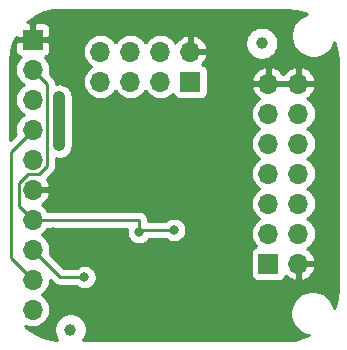
<source format=gbr>
G04 #@! TF.GenerationSoftware,KiCad,Pcbnew,5.0.0-5.0.0*
G04 #@! TF.CreationDate,2018-10-11T16:36:41-07:00*
G04 #@! TF.ProjectId,gpio-expander,6770696F2D657870616E6465722E6B69,rev?*
G04 #@! TF.SameCoordinates,Original*
G04 #@! TF.FileFunction,Copper,L2,Bot,Signal*
G04 #@! TF.FilePolarity,Positive*
%FSLAX46Y46*%
G04 Gerber Fmt 4.6, Leading zero omitted, Abs format (unit mm)*
G04 Created by KiCad (PCBNEW 5.0.0-5.0.0) date Thu Oct 11 16:36:41 2018*
%MOMM*%
%LPD*%
G01*
G04 APERTURE LIST*
G04 #@! TA.AperFunction,ComponentPad*
%ADD10O,1.700000X1.700000*%
G04 #@! TD*
G04 #@! TA.AperFunction,ComponentPad*
%ADD11R,1.700000X1.700000*%
G04 #@! TD*
G04 #@! TA.AperFunction,BGAPad,CuDef*
%ADD12C,1.000000*%
G04 #@! TD*
G04 #@! TA.AperFunction,ViaPad*
%ADD13C,0.800000*%
G04 #@! TD*
G04 #@! TA.AperFunction,Conductor*
%ADD14C,1.000000*%
G04 #@! TD*
G04 #@! TA.AperFunction,Conductor*
%ADD15C,0.250000*%
G04 #@! TD*
G04 #@! TA.AperFunction,Conductor*
%ADD16C,0.254000*%
G04 #@! TD*
G04 APERTURE END LIST*
D10*
G04 #@! TO.P,J1,10*
G04 #@! TO.N,+3V3*
X133250000Y-110710000D03*
G04 #@! TO.P,J1,9*
G04 #@! TO.N,/SDA*
X133250000Y-108170000D03*
G04 #@! TO.P,J1,8*
G04 #@! TO.N,/SCL*
X133250000Y-105630000D03*
G04 #@! TO.P,J1,7*
G04 #@! TO.N,/~INT*
X133250000Y-103090000D03*
G04 #@! TO.P,J1,6*
G04 #@! TO.N,GND*
X133250000Y-100550000D03*
G04 #@! TO.P,J1,5*
G04 #@! TO.N,+3V3*
X133250000Y-98010000D03*
G04 #@! TO.P,J1,4*
G04 #@! TO.N,/SDA*
X133250000Y-95470000D03*
G04 #@! TO.P,J1,3*
G04 #@! TO.N,/SCL*
X133250000Y-92930000D03*
G04 #@! TO.P,J1,2*
G04 #@! TO.N,/~INT*
X133250000Y-90390000D03*
D11*
G04 #@! TO.P,J1,1*
G04 #@! TO.N,GND*
X133250000Y-87850000D03*
G04 #@! TD*
D12*
G04 #@! TO.P,FID3,~*
G04 #@! TO.N,N/C*
X136450000Y-112400000D03*
G04 #@! TD*
G04 #@! TO.P,FID2,~*
G04 #@! TO.N,N/C*
X152650000Y-88150000D03*
G04 #@! TD*
D10*
G04 #@! TO.P,J2,14*
G04 #@! TO.N,GND*
X155740000Y-91560000D03*
G04 #@! TO.P,J2,13*
X153200000Y-91560000D03*
G04 #@! TO.P,J2,12*
G04 #@! TO.N,/P11*
X155740000Y-94100000D03*
G04 #@! TO.P,J2,11*
G04 #@! TO.N,/P10*
X153200000Y-94100000D03*
G04 #@! TO.P,J2,10*
G04 #@! TO.N,/P07*
X155740000Y-96640000D03*
G04 #@! TO.P,J2,9*
G04 #@! TO.N,/P06*
X153200000Y-96640000D03*
G04 #@! TO.P,J2,8*
G04 #@! TO.N,/P05*
X155740000Y-99180000D03*
G04 #@! TO.P,J2,7*
G04 #@! TO.N,/P04*
X153200000Y-99180000D03*
G04 #@! TO.P,J2,6*
G04 #@! TO.N,/P03*
X155740000Y-101720000D03*
G04 #@! TO.P,J2,5*
G04 #@! TO.N,/P02*
X153200000Y-101720000D03*
G04 #@! TO.P,J2,4*
G04 #@! TO.N,/P01*
X155740000Y-104260000D03*
G04 #@! TO.P,J2,3*
G04 #@! TO.N,/P00*
X153200000Y-104260000D03*
G04 #@! TO.P,J2,2*
G04 #@! TO.N,GND*
X155740000Y-106800000D03*
D11*
G04 #@! TO.P,J2,1*
G04 #@! TO.N,+3V3*
X153200000Y-106800000D03*
G04 #@! TD*
D10*
G04 #@! TO.P,J3,8*
G04 #@! TO.N,/P17*
X138980000Y-88860000D03*
G04 #@! TO.P,J3,7*
G04 #@! TO.N,/P16*
X138980000Y-91400000D03*
G04 #@! TO.P,J3,6*
G04 #@! TO.N,/P15*
X141520000Y-88860000D03*
G04 #@! TO.P,J3,5*
G04 #@! TO.N,/P14*
X141520000Y-91400000D03*
G04 #@! TO.P,J3,4*
G04 #@! TO.N,/P13*
X144060000Y-88860000D03*
G04 #@! TO.P,J3,3*
G04 #@! TO.N,/P12*
X144060000Y-91400000D03*
G04 #@! TO.P,J3,2*
G04 #@! TO.N,GND*
X146600000Y-88860000D03*
D11*
G04 #@! TO.P,J3,1*
G04 #@! TO.N,+3V3*
X146600000Y-91400000D03*
G04 #@! TD*
D13*
G04 #@! TO.N,GND*
X134950000Y-104150000D03*
X150200000Y-95525010D03*
X139499908Y-109550000D03*
G04 #@! TO.N,+3V3*
X135500000Y-92700000D03*
X135500000Y-96800000D03*
G04 #@! TO.N,/~INT*
X145225010Y-103958854D03*
X142250000Y-104150000D03*
G04 #@! TO.N,/SCL*
X137628559Y-107949976D03*
G04 #@! TD*
D14*
G04 #@! TO.N,+3V3*
X135500000Y-92700000D02*
X135500000Y-96800000D01*
D15*
G04 #@! TO.N,/~INT*
X133250000Y-90390000D02*
X134450000Y-91590000D01*
X134450000Y-98549002D02*
X133749002Y-99250000D01*
X134450000Y-91590000D02*
X134450000Y-98549002D01*
X132400001Y-102240001D02*
X133250000Y-103090000D01*
X132074999Y-101914999D02*
X132400001Y-102240001D01*
X132074999Y-99985999D02*
X132074999Y-101914999D01*
X132810998Y-99250000D02*
X132074999Y-99985999D01*
X133749002Y-99250000D02*
X132810998Y-99250000D01*
X142250000Y-104150000D02*
X142250000Y-103090000D01*
X133250000Y-103090000D02*
X142250000Y-103090000D01*
X145216156Y-103950000D02*
X145225010Y-103958854D01*
X142250000Y-103950000D02*
X145216156Y-103950000D01*
G04 #@! TO.N,/SDA*
X133250000Y-108170000D02*
X131399989Y-106319989D01*
X132400001Y-96319999D02*
X133250000Y-95470000D01*
X131399989Y-97320011D02*
X132400001Y-96319999D01*
X131399989Y-106319989D02*
X131399989Y-97320011D01*
G04 #@! TO.N,/SCL*
X133250000Y-105630000D02*
X135569976Y-107949976D01*
X135569976Y-107949976D02*
X137628559Y-107949976D01*
G04 #@! TD*
D16*
G04 #@! TO.N,GND*
G36*
X155559192Y-85380578D02*
X156294389Y-85581705D01*
X156496671Y-85678189D01*
X156450166Y-85687439D01*
X156107118Y-85829534D01*
X155798382Y-86035825D01*
X155535825Y-86298382D01*
X155329534Y-86607118D01*
X155187439Y-86950166D01*
X155115000Y-87314344D01*
X155115000Y-87685656D01*
X155187439Y-88049834D01*
X155329534Y-88392882D01*
X155535825Y-88701618D01*
X155798382Y-88964175D01*
X156107118Y-89170466D01*
X156450166Y-89312561D01*
X156814344Y-89385000D01*
X157185656Y-89385000D01*
X157549834Y-89312561D01*
X157892882Y-89170466D01*
X158201618Y-88964175D01*
X158464175Y-88701618D01*
X158670466Y-88392882D01*
X158798228Y-88084436D01*
X158863251Y-88232561D01*
X159042499Y-88979183D01*
X159090001Y-89626044D01*
X159090000Y-108968382D01*
X159019422Y-109759193D01*
X158818295Y-110494389D01*
X158785171Y-110563835D01*
X158762561Y-110450166D01*
X158620466Y-110107118D01*
X158414175Y-109798382D01*
X158151618Y-109535825D01*
X157842882Y-109329534D01*
X157499834Y-109187439D01*
X157135656Y-109115000D01*
X156764344Y-109115000D01*
X156400166Y-109187439D01*
X156057118Y-109329534D01*
X155748382Y-109535825D01*
X155485825Y-109798382D01*
X155279534Y-110107118D01*
X155137439Y-110450166D01*
X155065000Y-110814344D01*
X155065000Y-111185656D01*
X155137439Y-111549834D01*
X155279534Y-111892882D01*
X155485825Y-112201618D01*
X155748382Y-112464175D01*
X156057118Y-112670466D01*
X156400166Y-112812561D01*
X156633014Y-112858877D01*
X156167439Y-113063251D01*
X155420819Y-113242499D01*
X154773970Y-113290000D01*
X137535477Y-113290000D01*
X137688005Y-113061727D01*
X137793314Y-112807490D01*
X137847000Y-112537592D01*
X137847000Y-112262408D01*
X137793314Y-111992510D01*
X137688005Y-111738273D01*
X137535120Y-111509465D01*
X137340535Y-111314880D01*
X137111727Y-111161995D01*
X136857490Y-111056686D01*
X136587592Y-111003000D01*
X136312408Y-111003000D01*
X136042510Y-111056686D01*
X135788273Y-111161995D01*
X135559465Y-111314880D01*
X135364880Y-111509465D01*
X135211995Y-111738273D01*
X135106686Y-111992510D01*
X135053000Y-112262408D01*
X135053000Y-112537592D01*
X135106686Y-112807490D01*
X135211995Y-113061727D01*
X135347585Y-113264651D01*
X134840807Y-113219422D01*
X134105611Y-113018295D01*
X133417645Y-112690152D01*
X132798672Y-112245374D01*
X132612122Y-112052870D01*
X132678966Y-112088599D01*
X132958889Y-112173513D01*
X133177050Y-112195000D01*
X133322950Y-112195000D01*
X133541111Y-112173513D01*
X133821034Y-112088599D01*
X134079014Y-111950706D01*
X134305134Y-111765134D01*
X134490706Y-111539014D01*
X134628599Y-111281034D01*
X134713513Y-111001111D01*
X134742185Y-110710000D01*
X134713513Y-110418889D01*
X134628599Y-110138966D01*
X134490706Y-109880986D01*
X134305134Y-109654866D01*
X134079014Y-109469294D01*
X134024209Y-109440000D01*
X134079014Y-109410706D01*
X134305134Y-109225134D01*
X134490706Y-108999014D01*
X134628599Y-108741034D01*
X134713513Y-108461111D01*
X134739765Y-108194567D01*
X135006177Y-108460979D01*
X135029975Y-108489977D01*
X135058973Y-108513775D01*
X135145700Y-108584950D01*
X135277729Y-108655522D01*
X135420990Y-108698979D01*
X135569976Y-108713653D01*
X135607309Y-108709976D01*
X136924848Y-108709976D01*
X136968785Y-108753913D01*
X137138303Y-108867181D01*
X137326661Y-108945202D01*
X137526620Y-108984976D01*
X137730498Y-108984976D01*
X137930457Y-108945202D01*
X138118815Y-108867181D01*
X138288333Y-108753913D01*
X138432496Y-108609750D01*
X138545764Y-108440232D01*
X138623785Y-108251874D01*
X138663559Y-108051915D01*
X138663559Y-107848037D01*
X138623785Y-107648078D01*
X138545764Y-107459720D01*
X138432496Y-107290202D01*
X138288333Y-107146039D01*
X138118815Y-107032771D01*
X137930457Y-106954750D01*
X137730498Y-106914976D01*
X137526620Y-106914976D01*
X137326661Y-106954750D01*
X137138303Y-107032771D01*
X136968785Y-107146039D01*
X136924848Y-107189976D01*
X135884778Y-107189976D01*
X134690797Y-105995996D01*
X134713513Y-105921111D01*
X134742185Y-105630000D01*
X134713513Y-105338889D01*
X134628599Y-105058966D01*
X134490706Y-104800986D01*
X134305134Y-104574866D01*
X134079014Y-104389294D01*
X134024209Y-104360000D01*
X134079014Y-104330706D01*
X134305134Y-104145134D01*
X134490706Y-103919014D01*
X134527595Y-103850000D01*
X141254396Y-103850000D01*
X141215000Y-104048061D01*
X141215000Y-104251939D01*
X141254774Y-104451898D01*
X141332795Y-104640256D01*
X141446063Y-104809774D01*
X141590226Y-104953937D01*
X141759744Y-105067205D01*
X141948102Y-105145226D01*
X142148061Y-105185000D01*
X142351939Y-105185000D01*
X142551898Y-105145226D01*
X142740256Y-105067205D01*
X142909774Y-104953937D01*
X143053937Y-104809774D01*
X143120604Y-104710000D01*
X144512445Y-104710000D01*
X144565236Y-104762791D01*
X144734754Y-104876059D01*
X144923112Y-104954080D01*
X145123071Y-104993854D01*
X145326949Y-104993854D01*
X145526908Y-104954080D01*
X145715266Y-104876059D01*
X145884784Y-104762791D01*
X146028947Y-104618628D01*
X146142215Y-104449110D01*
X146220236Y-104260752D01*
X146260010Y-104060793D01*
X146260010Y-103856915D01*
X146220236Y-103656956D01*
X146142215Y-103468598D01*
X146028947Y-103299080D01*
X145884784Y-103154917D01*
X145715266Y-103041649D01*
X145526908Y-102963628D01*
X145326949Y-102923854D01*
X145123071Y-102923854D01*
X144923112Y-102963628D01*
X144734754Y-103041649D01*
X144565236Y-103154917D01*
X144530153Y-103190000D01*
X143010000Y-103190000D01*
X143010000Y-103127333D01*
X143013677Y-103090000D01*
X142999003Y-102941014D01*
X142955546Y-102797753D01*
X142884974Y-102665724D01*
X142790001Y-102549999D01*
X142674276Y-102455026D01*
X142542247Y-102384454D01*
X142398986Y-102340997D01*
X142287333Y-102330000D01*
X142250000Y-102326323D01*
X142212667Y-102330000D01*
X134527595Y-102330000D01*
X134490706Y-102260986D01*
X134305134Y-102034866D01*
X134079014Y-101849294D01*
X134014477Y-101814799D01*
X134131355Y-101745178D01*
X134347588Y-101550269D01*
X134521641Y-101316920D01*
X134646825Y-101054099D01*
X134691476Y-100906890D01*
X134570155Y-100677000D01*
X133377000Y-100677000D01*
X133377000Y-100697000D01*
X133123000Y-100697000D01*
X133123000Y-100677000D01*
X133103000Y-100677000D01*
X133103000Y-100423000D01*
X133123000Y-100423000D01*
X133123000Y-100403000D01*
X133377000Y-100403000D01*
X133377000Y-100423000D01*
X134570155Y-100423000D01*
X134691476Y-100193110D01*
X134646825Y-100045901D01*
X134521641Y-99783080D01*
X134422987Y-99650816D01*
X134961002Y-99112801D01*
X134990001Y-99089003D01*
X135016332Y-99056919D01*
X135084974Y-98973279D01*
X135155546Y-98841249D01*
X135160255Y-98825724D01*
X135199003Y-98697988D01*
X135210000Y-98586335D01*
X135210000Y-98586325D01*
X135213676Y-98549002D01*
X135210000Y-98511679D01*
X135210000Y-97898100D01*
X135277502Y-97918577D01*
X135500000Y-97940491D01*
X135722499Y-97918577D01*
X135936447Y-97853676D01*
X136133623Y-97748284D01*
X136306449Y-97606449D01*
X136448284Y-97433623D01*
X136553676Y-97236447D01*
X136618577Y-97022499D01*
X136635000Y-96855752D01*
X136635000Y-94100000D01*
X151707815Y-94100000D01*
X151736487Y-94391111D01*
X151821401Y-94671034D01*
X151959294Y-94929014D01*
X152144866Y-95155134D01*
X152370986Y-95340706D01*
X152425791Y-95370000D01*
X152370986Y-95399294D01*
X152144866Y-95584866D01*
X151959294Y-95810986D01*
X151821401Y-96068966D01*
X151736487Y-96348889D01*
X151707815Y-96640000D01*
X151736487Y-96931111D01*
X151821401Y-97211034D01*
X151959294Y-97469014D01*
X152144866Y-97695134D01*
X152370986Y-97880706D01*
X152425791Y-97910000D01*
X152370986Y-97939294D01*
X152144866Y-98124866D01*
X151959294Y-98350986D01*
X151821401Y-98608966D01*
X151736487Y-98888889D01*
X151707815Y-99180000D01*
X151736487Y-99471111D01*
X151821401Y-99751034D01*
X151959294Y-100009014D01*
X152144866Y-100235134D01*
X152370986Y-100420706D01*
X152425791Y-100450000D01*
X152370986Y-100479294D01*
X152144866Y-100664866D01*
X151959294Y-100890986D01*
X151821401Y-101148966D01*
X151736487Y-101428889D01*
X151707815Y-101720000D01*
X151736487Y-102011111D01*
X151821401Y-102291034D01*
X151959294Y-102549014D01*
X152144866Y-102775134D01*
X152370986Y-102960706D01*
X152425791Y-102990000D01*
X152370986Y-103019294D01*
X152144866Y-103204866D01*
X151959294Y-103430986D01*
X151821401Y-103688966D01*
X151736487Y-103968889D01*
X151707815Y-104260000D01*
X151736487Y-104551111D01*
X151821401Y-104831034D01*
X151959294Y-105089014D01*
X152144866Y-105315134D01*
X152174687Y-105339607D01*
X152105820Y-105360498D01*
X151995506Y-105419463D01*
X151898815Y-105498815D01*
X151819463Y-105595506D01*
X151760498Y-105705820D01*
X151724188Y-105825518D01*
X151711928Y-105950000D01*
X151711928Y-107650000D01*
X151724188Y-107774482D01*
X151760498Y-107894180D01*
X151819463Y-108004494D01*
X151898815Y-108101185D01*
X151995506Y-108180537D01*
X152105820Y-108239502D01*
X152225518Y-108275812D01*
X152350000Y-108288072D01*
X154050000Y-108288072D01*
X154174482Y-108275812D01*
X154294180Y-108239502D01*
X154404494Y-108180537D01*
X154501185Y-108101185D01*
X154580537Y-108004494D01*
X154639502Y-107894180D01*
X154662498Y-107818374D01*
X154858645Y-107995178D01*
X155108748Y-108144157D01*
X155383109Y-108241481D01*
X155613000Y-108120814D01*
X155613000Y-106927000D01*
X155867000Y-106927000D01*
X155867000Y-108120814D01*
X156096891Y-108241481D01*
X156371252Y-108144157D01*
X156621355Y-107995178D01*
X156837588Y-107800269D01*
X157011641Y-107566920D01*
X157136825Y-107304099D01*
X157181476Y-107156890D01*
X157060155Y-106927000D01*
X155867000Y-106927000D01*
X155613000Y-106927000D01*
X155593000Y-106927000D01*
X155593000Y-106673000D01*
X155613000Y-106673000D01*
X155613000Y-106653000D01*
X155867000Y-106653000D01*
X155867000Y-106673000D01*
X157060155Y-106673000D01*
X157181476Y-106443110D01*
X157136825Y-106295901D01*
X157011641Y-106033080D01*
X156837588Y-105799731D01*
X156621355Y-105604822D01*
X156504477Y-105535201D01*
X156569014Y-105500706D01*
X156795134Y-105315134D01*
X156980706Y-105089014D01*
X157118599Y-104831034D01*
X157203513Y-104551111D01*
X157232185Y-104260000D01*
X157203513Y-103968889D01*
X157118599Y-103688966D01*
X156980706Y-103430986D01*
X156795134Y-103204866D01*
X156569014Y-103019294D01*
X156514209Y-102990000D01*
X156569014Y-102960706D01*
X156795134Y-102775134D01*
X156980706Y-102549014D01*
X157118599Y-102291034D01*
X157203513Y-102011111D01*
X157232185Y-101720000D01*
X157203513Y-101428889D01*
X157118599Y-101148966D01*
X156980706Y-100890986D01*
X156795134Y-100664866D01*
X156569014Y-100479294D01*
X156514209Y-100450000D01*
X156569014Y-100420706D01*
X156795134Y-100235134D01*
X156980706Y-100009014D01*
X157118599Y-99751034D01*
X157203513Y-99471111D01*
X157232185Y-99180000D01*
X157203513Y-98888889D01*
X157118599Y-98608966D01*
X156980706Y-98350986D01*
X156795134Y-98124866D01*
X156569014Y-97939294D01*
X156514209Y-97910000D01*
X156569014Y-97880706D01*
X156795134Y-97695134D01*
X156980706Y-97469014D01*
X157118599Y-97211034D01*
X157203513Y-96931111D01*
X157232185Y-96640000D01*
X157203513Y-96348889D01*
X157118599Y-96068966D01*
X156980706Y-95810986D01*
X156795134Y-95584866D01*
X156569014Y-95399294D01*
X156514209Y-95370000D01*
X156569014Y-95340706D01*
X156795134Y-95155134D01*
X156980706Y-94929014D01*
X157118599Y-94671034D01*
X157203513Y-94391111D01*
X157232185Y-94100000D01*
X157203513Y-93808889D01*
X157118599Y-93528966D01*
X156980706Y-93270986D01*
X156795134Y-93044866D01*
X156569014Y-92859294D01*
X156504477Y-92824799D01*
X156621355Y-92755178D01*
X156837588Y-92560269D01*
X157011641Y-92326920D01*
X157136825Y-92064099D01*
X157181476Y-91916890D01*
X157060155Y-91687000D01*
X155867000Y-91687000D01*
X155867000Y-91707000D01*
X155613000Y-91707000D01*
X155613000Y-91687000D01*
X153327000Y-91687000D01*
X153327000Y-91707000D01*
X153073000Y-91707000D01*
X153073000Y-91687000D01*
X151879845Y-91687000D01*
X151758524Y-91916890D01*
X151803175Y-92064099D01*
X151928359Y-92326920D01*
X152102412Y-92560269D01*
X152318645Y-92755178D01*
X152435523Y-92824799D01*
X152370986Y-92859294D01*
X152144866Y-93044866D01*
X151959294Y-93270986D01*
X151821401Y-93528966D01*
X151736487Y-93808889D01*
X151707815Y-94100000D01*
X136635000Y-94100000D01*
X136635000Y-92644248D01*
X136618577Y-92477501D01*
X136553676Y-92263553D01*
X136448284Y-92066377D01*
X136306449Y-91893551D01*
X136133623Y-91751716D01*
X135936446Y-91646324D01*
X135722498Y-91581423D01*
X135500000Y-91559509D01*
X135277501Y-91581423D01*
X135212581Y-91601116D01*
X135213676Y-91589999D01*
X135210000Y-91552676D01*
X135210000Y-91552667D01*
X135199003Y-91441014D01*
X135155546Y-91297753D01*
X135084974Y-91165724D01*
X134990001Y-91049999D01*
X134961004Y-91026202D01*
X134690797Y-90755995D01*
X134713513Y-90681111D01*
X134742185Y-90390000D01*
X134713513Y-90098889D01*
X134628599Y-89818966D01*
X134490706Y-89560986D01*
X134305134Y-89334866D01*
X134277447Y-89312144D01*
X134285223Y-89310597D01*
X134400785Y-89262730D01*
X134504789Y-89193237D01*
X134593237Y-89104789D01*
X134662730Y-89000785D01*
X134710597Y-88885223D01*
X134715614Y-88860000D01*
X137487815Y-88860000D01*
X137516487Y-89151111D01*
X137601401Y-89431034D01*
X137739294Y-89689014D01*
X137924866Y-89915134D01*
X138150986Y-90100706D01*
X138205791Y-90130000D01*
X138150986Y-90159294D01*
X137924866Y-90344866D01*
X137739294Y-90570986D01*
X137601401Y-90828966D01*
X137516487Y-91108889D01*
X137487815Y-91400000D01*
X137516487Y-91691111D01*
X137601401Y-91971034D01*
X137739294Y-92229014D01*
X137924866Y-92455134D01*
X138150986Y-92640706D01*
X138408966Y-92778599D01*
X138688889Y-92863513D01*
X138907050Y-92885000D01*
X139052950Y-92885000D01*
X139271111Y-92863513D01*
X139551034Y-92778599D01*
X139809014Y-92640706D01*
X140035134Y-92455134D01*
X140220706Y-92229014D01*
X140250000Y-92174209D01*
X140279294Y-92229014D01*
X140464866Y-92455134D01*
X140690986Y-92640706D01*
X140948966Y-92778599D01*
X141228889Y-92863513D01*
X141447050Y-92885000D01*
X141592950Y-92885000D01*
X141811111Y-92863513D01*
X142091034Y-92778599D01*
X142349014Y-92640706D01*
X142575134Y-92455134D01*
X142760706Y-92229014D01*
X142790000Y-92174209D01*
X142819294Y-92229014D01*
X143004866Y-92455134D01*
X143230986Y-92640706D01*
X143488966Y-92778599D01*
X143768889Y-92863513D01*
X143987050Y-92885000D01*
X144132950Y-92885000D01*
X144351111Y-92863513D01*
X144631034Y-92778599D01*
X144889014Y-92640706D01*
X145115134Y-92455134D01*
X145139607Y-92425313D01*
X145160498Y-92494180D01*
X145219463Y-92604494D01*
X145298815Y-92701185D01*
X145395506Y-92780537D01*
X145505820Y-92839502D01*
X145625518Y-92875812D01*
X145750000Y-92888072D01*
X147450000Y-92888072D01*
X147574482Y-92875812D01*
X147694180Y-92839502D01*
X147804494Y-92780537D01*
X147901185Y-92701185D01*
X147980537Y-92604494D01*
X148039502Y-92494180D01*
X148075812Y-92374482D01*
X148088072Y-92250000D01*
X148088072Y-91203110D01*
X151758524Y-91203110D01*
X151879845Y-91433000D01*
X153073000Y-91433000D01*
X153073000Y-90239186D01*
X153327000Y-90239186D01*
X153327000Y-91433000D01*
X155613000Y-91433000D01*
X155613000Y-90239186D01*
X155867000Y-90239186D01*
X155867000Y-91433000D01*
X157060155Y-91433000D01*
X157181476Y-91203110D01*
X157136825Y-91055901D01*
X157011641Y-90793080D01*
X156837588Y-90559731D01*
X156621355Y-90364822D01*
X156371252Y-90215843D01*
X156096891Y-90118519D01*
X155867000Y-90239186D01*
X155613000Y-90239186D01*
X155383109Y-90118519D01*
X155108748Y-90215843D01*
X154858645Y-90364822D01*
X154642412Y-90559731D01*
X154470000Y-90790880D01*
X154297588Y-90559731D01*
X154081355Y-90364822D01*
X153831252Y-90215843D01*
X153556891Y-90118519D01*
X153327000Y-90239186D01*
X153073000Y-90239186D01*
X152843109Y-90118519D01*
X152568748Y-90215843D01*
X152318645Y-90364822D01*
X152102412Y-90559731D01*
X151928359Y-90793080D01*
X151803175Y-91055901D01*
X151758524Y-91203110D01*
X148088072Y-91203110D01*
X148088072Y-90550000D01*
X148075812Y-90425518D01*
X148039502Y-90305820D01*
X147980537Y-90195506D01*
X147901185Y-90098815D01*
X147804494Y-90019463D01*
X147694180Y-89960498D01*
X147618374Y-89937502D01*
X147795178Y-89741355D01*
X147944157Y-89491252D01*
X148041481Y-89216891D01*
X147920814Y-88987000D01*
X146727000Y-88987000D01*
X146727000Y-89007000D01*
X146473000Y-89007000D01*
X146473000Y-88987000D01*
X146453000Y-88987000D01*
X146453000Y-88733000D01*
X146473000Y-88733000D01*
X146473000Y-87539845D01*
X146727000Y-87539845D01*
X146727000Y-88733000D01*
X147920814Y-88733000D01*
X148041481Y-88503109D01*
X147944157Y-88228748D01*
X147815290Y-88012408D01*
X151253000Y-88012408D01*
X151253000Y-88287592D01*
X151306686Y-88557490D01*
X151411995Y-88811727D01*
X151564880Y-89040535D01*
X151759465Y-89235120D01*
X151988273Y-89388005D01*
X152242510Y-89493314D01*
X152512408Y-89547000D01*
X152787592Y-89547000D01*
X153057490Y-89493314D01*
X153311727Y-89388005D01*
X153540535Y-89235120D01*
X153735120Y-89040535D01*
X153888005Y-88811727D01*
X153993314Y-88557490D01*
X154047000Y-88287592D01*
X154047000Y-88012408D01*
X153993314Y-87742510D01*
X153888005Y-87488273D01*
X153735120Y-87259465D01*
X153540535Y-87064880D01*
X153311727Y-86911995D01*
X153057490Y-86806686D01*
X152787592Y-86753000D01*
X152512408Y-86753000D01*
X152242510Y-86806686D01*
X151988273Y-86911995D01*
X151759465Y-87064880D01*
X151564880Y-87259465D01*
X151411995Y-87488273D01*
X151306686Y-87742510D01*
X151253000Y-88012408D01*
X147815290Y-88012408D01*
X147795178Y-87978645D01*
X147600269Y-87762412D01*
X147366920Y-87588359D01*
X147104099Y-87463175D01*
X146956890Y-87418524D01*
X146727000Y-87539845D01*
X146473000Y-87539845D01*
X146243110Y-87418524D01*
X146095901Y-87463175D01*
X145833080Y-87588359D01*
X145599731Y-87762412D01*
X145404822Y-87978645D01*
X145335201Y-88095523D01*
X145300706Y-88030986D01*
X145115134Y-87804866D01*
X144889014Y-87619294D01*
X144631034Y-87481401D01*
X144351111Y-87396487D01*
X144132950Y-87375000D01*
X143987050Y-87375000D01*
X143768889Y-87396487D01*
X143488966Y-87481401D01*
X143230986Y-87619294D01*
X143004866Y-87804866D01*
X142819294Y-88030986D01*
X142790000Y-88085791D01*
X142760706Y-88030986D01*
X142575134Y-87804866D01*
X142349014Y-87619294D01*
X142091034Y-87481401D01*
X141811111Y-87396487D01*
X141592950Y-87375000D01*
X141447050Y-87375000D01*
X141228889Y-87396487D01*
X140948966Y-87481401D01*
X140690986Y-87619294D01*
X140464866Y-87804866D01*
X140279294Y-88030986D01*
X140250000Y-88085791D01*
X140220706Y-88030986D01*
X140035134Y-87804866D01*
X139809014Y-87619294D01*
X139551034Y-87481401D01*
X139271111Y-87396487D01*
X139052950Y-87375000D01*
X138907050Y-87375000D01*
X138688889Y-87396487D01*
X138408966Y-87481401D01*
X138150986Y-87619294D01*
X137924866Y-87804866D01*
X137739294Y-88030986D01*
X137601401Y-88288966D01*
X137516487Y-88568889D01*
X137487815Y-88860000D01*
X134715614Y-88860000D01*
X134735000Y-88762542D01*
X134735000Y-88135750D01*
X134576250Y-87977000D01*
X133377000Y-87977000D01*
X133377000Y-87997000D01*
X133123000Y-87997000D01*
X133123000Y-87977000D01*
X131923750Y-87977000D01*
X131765000Y-88135750D01*
X131765000Y-88762542D01*
X131789403Y-88885223D01*
X131837270Y-89000785D01*
X131906763Y-89104789D01*
X131995211Y-89193237D01*
X132099215Y-89262730D01*
X132214777Y-89310597D01*
X132222553Y-89312144D01*
X132194866Y-89334866D01*
X132009294Y-89560986D01*
X131871401Y-89818966D01*
X131786487Y-90098889D01*
X131757815Y-90390000D01*
X131786487Y-90681111D01*
X131871401Y-90961034D01*
X132009294Y-91219014D01*
X132194866Y-91445134D01*
X132420986Y-91630706D01*
X132475791Y-91660000D01*
X132420986Y-91689294D01*
X132194866Y-91874866D01*
X132009294Y-92100986D01*
X131871401Y-92358966D01*
X131786487Y-92638889D01*
X131757815Y-92930000D01*
X131786487Y-93221111D01*
X131871401Y-93501034D01*
X132009294Y-93759014D01*
X132194866Y-93985134D01*
X132420986Y-94170706D01*
X132475791Y-94200000D01*
X132420986Y-94229294D01*
X132194866Y-94414866D01*
X132009294Y-94640986D01*
X131871401Y-94898966D01*
X131786487Y-95178889D01*
X131757815Y-95470000D01*
X131786487Y-95761111D01*
X131809203Y-95835995D01*
X131310000Y-96335199D01*
X131310000Y-89631618D01*
X131380578Y-88840808D01*
X131581705Y-88105611D01*
X131815726Y-87614976D01*
X131923750Y-87723000D01*
X133123000Y-87723000D01*
X133123000Y-86523750D01*
X133377000Y-86523750D01*
X133377000Y-87723000D01*
X134576250Y-87723000D01*
X134735000Y-87564250D01*
X134735000Y-86937458D01*
X134710597Y-86814777D01*
X134662730Y-86699215D01*
X134593237Y-86595211D01*
X134504789Y-86506763D01*
X134400785Y-86437270D01*
X134285223Y-86389403D01*
X134162542Y-86365000D01*
X133535750Y-86365000D01*
X133377000Y-86523750D01*
X133123000Y-86523750D01*
X132964250Y-86365000D01*
X132802139Y-86365000D01*
X132901988Y-86268239D01*
X133534639Y-85843116D01*
X134232561Y-85536749D01*
X134979183Y-85357501D01*
X135626030Y-85310000D01*
X154768382Y-85310000D01*
X155559192Y-85380578D01*
X155559192Y-85380578D01*
G37*
X155559192Y-85380578D02*
X156294389Y-85581705D01*
X156496671Y-85678189D01*
X156450166Y-85687439D01*
X156107118Y-85829534D01*
X155798382Y-86035825D01*
X155535825Y-86298382D01*
X155329534Y-86607118D01*
X155187439Y-86950166D01*
X155115000Y-87314344D01*
X155115000Y-87685656D01*
X155187439Y-88049834D01*
X155329534Y-88392882D01*
X155535825Y-88701618D01*
X155798382Y-88964175D01*
X156107118Y-89170466D01*
X156450166Y-89312561D01*
X156814344Y-89385000D01*
X157185656Y-89385000D01*
X157549834Y-89312561D01*
X157892882Y-89170466D01*
X158201618Y-88964175D01*
X158464175Y-88701618D01*
X158670466Y-88392882D01*
X158798228Y-88084436D01*
X158863251Y-88232561D01*
X159042499Y-88979183D01*
X159090001Y-89626044D01*
X159090000Y-108968382D01*
X159019422Y-109759193D01*
X158818295Y-110494389D01*
X158785171Y-110563835D01*
X158762561Y-110450166D01*
X158620466Y-110107118D01*
X158414175Y-109798382D01*
X158151618Y-109535825D01*
X157842882Y-109329534D01*
X157499834Y-109187439D01*
X157135656Y-109115000D01*
X156764344Y-109115000D01*
X156400166Y-109187439D01*
X156057118Y-109329534D01*
X155748382Y-109535825D01*
X155485825Y-109798382D01*
X155279534Y-110107118D01*
X155137439Y-110450166D01*
X155065000Y-110814344D01*
X155065000Y-111185656D01*
X155137439Y-111549834D01*
X155279534Y-111892882D01*
X155485825Y-112201618D01*
X155748382Y-112464175D01*
X156057118Y-112670466D01*
X156400166Y-112812561D01*
X156633014Y-112858877D01*
X156167439Y-113063251D01*
X155420819Y-113242499D01*
X154773970Y-113290000D01*
X137535477Y-113290000D01*
X137688005Y-113061727D01*
X137793314Y-112807490D01*
X137847000Y-112537592D01*
X137847000Y-112262408D01*
X137793314Y-111992510D01*
X137688005Y-111738273D01*
X137535120Y-111509465D01*
X137340535Y-111314880D01*
X137111727Y-111161995D01*
X136857490Y-111056686D01*
X136587592Y-111003000D01*
X136312408Y-111003000D01*
X136042510Y-111056686D01*
X135788273Y-111161995D01*
X135559465Y-111314880D01*
X135364880Y-111509465D01*
X135211995Y-111738273D01*
X135106686Y-111992510D01*
X135053000Y-112262408D01*
X135053000Y-112537592D01*
X135106686Y-112807490D01*
X135211995Y-113061727D01*
X135347585Y-113264651D01*
X134840807Y-113219422D01*
X134105611Y-113018295D01*
X133417645Y-112690152D01*
X132798672Y-112245374D01*
X132612122Y-112052870D01*
X132678966Y-112088599D01*
X132958889Y-112173513D01*
X133177050Y-112195000D01*
X133322950Y-112195000D01*
X133541111Y-112173513D01*
X133821034Y-112088599D01*
X134079014Y-111950706D01*
X134305134Y-111765134D01*
X134490706Y-111539014D01*
X134628599Y-111281034D01*
X134713513Y-111001111D01*
X134742185Y-110710000D01*
X134713513Y-110418889D01*
X134628599Y-110138966D01*
X134490706Y-109880986D01*
X134305134Y-109654866D01*
X134079014Y-109469294D01*
X134024209Y-109440000D01*
X134079014Y-109410706D01*
X134305134Y-109225134D01*
X134490706Y-108999014D01*
X134628599Y-108741034D01*
X134713513Y-108461111D01*
X134739765Y-108194567D01*
X135006177Y-108460979D01*
X135029975Y-108489977D01*
X135058973Y-108513775D01*
X135145700Y-108584950D01*
X135277729Y-108655522D01*
X135420990Y-108698979D01*
X135569976Y-108713653D01*
X135607309Y-108709976D01*
X136924848Y-108709976D01*
X136968785Y-108753913D01*
X137138303Y-108867181D01*
X137326661Y-108945202D01*
X137526620Y-108984976D01*
X137730498Y-108984976D01*
X137930457Y-108945202D01*
X138118815Y-108867181D01*
X138288333Y-108753913D01*
X138432496Y-108609750D01*
X138545764Y-108440232D01*
X138623785Y-108251874D01*
X138663559Y-108051915D01*
X138663559Y-107848037D01*
X138623785Y-107648078D01*
X138545764Y-107459720D01*
X138432496Y-107290202D01*
X138288333Y-107146039D01*
X138118815Y-107032771D01*
X137930457Y-106954750D01*
X137730498Y-106914976D01*
X137526620Y-106914976D01*
X137326661Y-106954750D01*
X137138303Y-107032771D01*
X136968785Y-107146039D01*
X136924848Y-107189976D01*
X135884778Y-107189976D01*
X134690797Y-105995996D01*
X134713513Y-105921111D01*
X134742185Y-105630000D01*
X134713513Y-105338889D01*
X134628599Y-105058966D01*
X134490706Y-104800986D01*
X134305134Y-104574866D01*
X134079014Y-104389294D01*
X134024209Y-104360000D01*
X134079014Y-104330706D01*
X134305134Y-104145134D01*
X134490706Y-103919014D01*
X134527595Y-103850000D01*
X141254396Y-103850000D01*
X141215000Y-104048061D01*
X141215000Y-104251939D01*
X141254774Y-104451898D01*
X141332795Y-104640256D01*
X141446063Y-104809774D01*
X141590226Y-104953937D01*
X141759744Y-105067205D01*
X141948102Y-105145226D01*
X142148061Y-105185000D01*
X142351939Y-105185000D01*
X142551898Y-105145226D01*
X142740256Y-105067205D01*
X142909774Y-104953937D01*
X143053937Y-104809774D01*
X143120604Y-104710000D01*
X144512445Y-104710000D01*
X144565236Y-104762791D01*
X144734754Y-104876059D01*
X144923112Y-104954080D01*
X145123071Y-104993854D01*
X145326949Y-104993854D01*
X145526908Y-104954080D01*
X145715266Y-104876059D01*
X145884784Y-104762791D01*
X146028947Y-104618628D01*
X146142215Y-104449110D01*
X146220236Y-104260752D01*
X146260010Y-104060793D01*
X146260010Y-103856915D01*
X146220236Y-103656956D01*
X146142215Y-103468598D01*
X146028947Y-103299080D01*
X145884784Y-103154917D01*
X145715266Y-103041649D01*
X145526908Y-102963628D01*
X145326949Y-102923854D01*
X145123071Y-102923854D01*
X144923112Y-102963628D01*
X144734754Y-103041649D01*
X144565236Y-103154917D01*
X144530153Y-103190000D01*
X143010000Y-103190000D01*
X143010000Y-103127333D01*
X143013677Y-103090000D01*
X142999003Y-102941014D01*
X142955546Y-102797753D01*
X142884974Y-102665724D01*
X142790001Y-102549999D01*
X142674276Y-102455026D01*
X142542247Y-102384454D01*
X142398986Y-102340997D01*
X142287333Y-102330000D01*
X142250000Y-102326323D01*
X142212667Y-102330000D01*
X134527595Y-102330000D01*
X134490706Y-102260986D01*
X134305134Y-102034866D01*
X134079014Y-101849294D01*
X134014477Y-101814799D01*
X134131355Y-101745178D01*
X134347588Y-101550269D01*
X134521641Y-101316920D01*
X134646825Y-101054099D01*
X134691476Y-100906890D01*
X134570155Y-100677000D01*
X133377000Y-100677000D01*
X133377000Y-100697000D01*
X133123000Y-100697000D01*
X133123000Y-100677000D01*
X133103000Y-100677000D01*
X133103000Y-100423000D01*
X133123000Y-100423000D01*
X133123000Y-100403000D01*
X133377000Y-100403000D01*
X133377000Y-100423000D01*
X134570155Y-100423000D01*
X134691476Y-100193110D01*
X134646825Y-100045901D01*
X134521641Y-99783080D01*
X134422987Y-99650816D01*
X134961002Y-99112801D01*
X134990001Y-99089003D01*
X135016332Y-99056919D01*
X135084974Y-98973279D01*
X135155546Y-98841249D01*
X135160255Y-98825724D01*
X135199003Y-98697988D01*
X135210000Y-98586335D01*
X135210000Y-98586325D01*
X135213676Y-98549002D01*
X135210000Y-98511679D01*
X135210000Y-97898100D01*
X135277502Y-97918577D01*
X135500000Y-97940491D01*
X135722499Y-97918577D01*
X135936447Y-97853676D01*
X136133623Y-97748284D01*
X136306449Y-97606449D01*
X136448284Y-97433623D01*
X136553676Y-97236447D01*
X136618577Y-97022499D01*
X136635000Y-96855752D01*
X136635000Y-94100000D01*
X151707815Y-94100000D01*
X151736487Y-94391111D01*
X151821401Y-94671034D01*
X151959294Y-94929014D01*
X152144866Y-95155134D01*
X152370986Y-95340706D01*
X152425791Y-95370000D01*
X152370986Y-95399294D01*
X152144866Y-95584866D01*
X151959294Y-95810986D01*
X151821401Y-96068966D01*
X151736487Y-96348889D01*
X151707815Y-96640000D01*
X151736487Y-96931111D01*
X151821401Y-97211034D01*
X151959294Y-97469014D01*
X152144866Y-97695134D01*
X152370986Y-97880706D01*
X152425791Y-97910000D01*
X152370986Y-97939294D01*
X152144866Y-98124866D01*
X151959294Y-98350986D01*
X151821401Y-98608966D01*
X151736487Y-98888889D01*
X151707815Y-99180000D01*
X151736487Y-99471111D01*
X151821401Y-99751034D01*
X151959294Y-100009014D01*
X152144866Y-100235134D01*
X152370986Y-100420706D01*
X152425791Y-100450000D01*
X152370986Y-100479294D01*
X152144866Y-100664866D01*
X151959294Y-100890986D01*
X151821401Y-101148966D01*
X151736487Y-101428889D01*
X151707815Y-101720000D01*
X151736487Y-102011111D01*
X151821401Y-102291034D01*
X151959294Y-102549014D01*
X152144866Y-102775134D01*
X152370986Y-102960706D01*
X152425791Y-102990000D01*
X152370986Y-103019294D01*
X152144866Y-103204866D01*
X151959294Y-103430986D01*
X151821401Y-103688966D01*
X151736487Y-103968889D01*
X151707815Y-104260000D01*
X151736487Y-104551111D01*
X151821401Y-104831034D01*
X151959294Y-105089014D01*
X152144866Y-105315134D01*
X152174687Y-105339607D01*
X152105820Y-105360498D01*
X151995506Y-105419463D01*
X151898815Y-105498815D01*
X151819463Y-105595506D01*
X151760498Y-105705820D01*
X151724188Y-105825518D01*
X151711928Y-105950000D01*
X151711928Y-107650000D01*
X151724188Y-107774482D01*
X151760498Y-107894180D01*
X151819463Y-108004494D01*
X151898815Y-108101185D01*
X151995506Y-108180537D01*
X152105820Y-108239502D01*
X152225518Y-108275812D01*
X152350000Y-108288072D01*
X154050000Y-108288072D01*
X154174482Y-108275812D01*
X154294180Y-108239502D01*
X154404494Y-108180537D01*
X154501185Y-108101185D01*
X154580537Y-108004494D01*
X154639502Y-107894180D01*
X154662498Y-107818374D01*
X154858645Y-107995178D01*
X155108748Y-108144157D01*
X155383109Y-108241481D01*
X155613000Y-108120814D01*
X155613000Y-106927000D01*
X155867000Y-106927000D01*
X155867000Y-108120814D01*
X156096891Y-108241481D01*
X156371252Y-108144157D01*
X156621355Y-107995178D01*
X156837588Y-107800269D01*
X157011641Y-107566920D01*
X157136825Y-107304099D01*
X157181476Y-107156890D01*
X157060155Y-106927000D01*
X155867000Y-106927000D01*
X155613000Y-106927000D01*
X155593000Y-106927000D01*
X155593000Y-106673000D01*
X155613000Y-106673000D01*
X155613000Y-106653000D01*
X155867000Y-106653000D01*
X155867000Y-106673000D01*
X157060155Y-106673000D01*
X157181476Y-106443110D01*
X157136825Y-106295901D01*
X157011641Y-106033080D01*
X156837588Y-105799731D01*
X156621355Y-105604822D01*
X156504477Y-105535201D01*
X156569014Y-105500706D01*
X156795134Y-105315134D01*
X156980706Y-105089014D01*
X157118599Y-104831034D01*
X157203513Y-104551111D01*
X157232185Y-104260000D01*
X157203513Y-103968889D01*
X157118599Y-103688966D01*
X156980706Y-103430986D01*
X156795134Y-103204866D01*
X156569014Y-103019294D01*
X156514209Y-102990000D01*
X156569014Y-102960706D01*
X156795134Y-102775134D01*
X156980706Y-102549014D01*
X157118599Y-102291034D01*
X157203513Y-102011111D01*
X157232185Y-101720000D01*
X157203513Y-101428889D01*
X157118599Y-101148966D01*
X156980706Y-100890986D01*
X156795134Y-100664866D01*
X156569014Y-100479294D01*
X156514209Y-100450000D01*
X156569014Y-100420706D01*
X156795134Y-100235134D01*
X156980706Y-100009014D01*
X157118599Y-99751034D01*
X157203513Y-99471111D01*
X157232185Y-99180000D01*
X157203513Y-98888889D01*
X157118599Y-98608966D01*
X156980706Y-98350986D01*
X156795134Y-98124866D01*
X156569014Y-97939294D01*
X156514209Y-97910000D01*
X156569014Y-97880706D01*
X156795134Y-97695134D01*
X156980706Y-97469014D01*
X157118599Y-97211034D01*
X157203513Y-96931111D01*
X157232185Y-96640000D01*
X157203513Y-96348889D01*
X157118599Y-96068966D01*
X156980706Y-95810986D01*
X156795134Y-95584866D01*
X156569014Y-95399294D01*
X156514209Y-95370000D01*
X156569014Y-95340706D01*
X156795134Y-95155134D01*
X156980706Y-94929014D01*
X157118599Y-94671034D01*
X157203513Y-94391111D01*
X157232185Y-94100000D01*
X157203513Y-93808889D01*
X157118599Y-93528966D01*
X156980706Y-93270986D01*
X156795134Y-93044866D01*
X156569014Y-92859294D01*
X156504477Y-92824799D01*
X156621355Y-92755178D01*
X156837588Y-92560269D01*
X157011641Y-92326920D01*
X157136825Y-92064099D01*
X157181476Y-91916890D01*
X157060155Y-91687000D01*
X155867000Y-91687000D01*
X155867000Y-91707000D01*
X155613000Y-91707000D01*
X155613000Y-91687000D01*
X153327000Y-91687000D01*
X153327000Y-91707000D01*
X153073000Y-91707000D01*
X153073000Y-91687000D01*
X151879845Y-91687000D01*
X151758524Y-91916890D01*
X151803175Y-92064099D01*
X151928359Y-92326920D01*
X152102412Y-92560269D01*
X152318645Y-92755178D01*
X152435523Y-92824799D01*
X152370986Y-92859294D01*
X152144866Y-93044866D01*
X151959294Y-93270986D01*
X151821401Y-93528966D01*
X151736487Y-93808889D01*
X151707815Y-94100000D01*
X136635000Y-94100000D01*
X136635000Y-92644248D01*
X136618577Y-92477501D01*
X136553676Y-92263553D01*
X136448284Y-92066377D01*
X136306449Y-91893551D01*
X136133623Y-91751716D01*
X135936446Y-91646324D01*
X135722498Y-91581423D01*
X135500000Y-91559509D01*
X135277501Y-91581423D01*
X135212581Y-91601116D01*
X135213676Y-91589999D01*
X135210000Y-91552676D01*
X135210000Y-91552667D01*
X135199003Y-91441014D01*
X135155546Y-91297753D01*
X135084974Y-91165724D01*
X134990001Y-91049999D01*
X134961004Y-91026202D01*
X134690797Y-90755995D01*
X134713513Y-90681111D01*
X134742185Y-90390000D01*
X134713513Y-90098889D01*
X134628599Y-89818966D01*
X134490706Y-89560986D01*
X134305134Y-89334866D01*
X134277447Y-89312144D01*
X134285223Y-89310597D01*
X134400785Y-89262730D01*
X134504789Y-89193237D01*
X134593237Y-89104789D01*
X134662730Y-89000785D01*
X134710597Y-88885223D01*
X134715614Y-88860000D01*
X137487815Y-88860000D01*
X137516487Y-89151111D01*
X137601401Y-89431034D01*
X137739294Y-89689014D01*
X137924866Y-89915134D01*
X138150986Y-90100706D01*
X138205791Y-90130000D01*
X138150986Y-90159294D01*
X137924866Y-90344866D01*
X137739294Y-90570986D01*
X137601401Y-90828966D01*
X137516487Y-91108889D01*
X137487815Y-91400000D01*
X137516487Y-91691111D01*
X137601401Y-91971034D01*
X137739294Y-92229014D01*
X137924866Y-92455134D01*
X138150986Y-92640706D01*
X138408966Y-92778599D01*
X138688889Y-92863513D01*
X138907050Y-92885000D01*
X139052950Y-92885000D01*
X139271111Y-92863513D01*
X139551034Y-92778599D01*
X139809014Y-92640706D01*
X140035134Y-92455134D01*
X140220706Y-92229014D01*
X140250000Y-92174209D01*
X140279294Y-92229014D01*
X140464866Y-92455134D01*
X140690986Y-92640706D01*
X140948966Y-92778599D01*
X141228889Y-92863513D01*
X141447050Y-92885000D01*
X141592950Y-92885000D01*
X141811111Y-92863513D01*
X142091034Y-92778599D01*
X142349014Y-92640706D01*
X142575134Y-92455134D01*
X142760706Y-92229014D01*
X142790000Y-92174209D01*
X142819294Y-92229014D01*
X143004866Y-92455134D01*
X143230986Y-92640706D01*
X143488966Y-92778599D01*
X143768889Y-92863513D01*
X143987050Y-92885000D01*
X144132950Y-92885000D01*
X144351111Y-92863513D01*
X144631034Y-92778599D01*
X144889014Y-92640706D01*
X145115134Y-92455134D01*
X145139607Y-92425313D01*
X145160498Y-92494180D01*
X145219463Y-92604494D01*
X145298815Y-92701185D01*
X145395506Y-92780537D01*
X145505820Y-92839502D01*
X145625518Y-92875812D01*
X145750000Y-92888072D01*
X147450000Y-92888072D01*
X147574482Y-92875812D01*
X147694180Y-92839502D01*
X147804494Y-92780537D01*
X147901185Y-92701185D01*
X147980537Y-92604494D01*
X148039502Y-92494180D01*
X148075812Y-92374482D01*
X148088072Y-92250000D01*
X148088072Y-91203110D01*
X151758524Y-91203110D01*
X151879845Y-91433000D01*
X153073000Y-91433000D01*
X153073000Y-90239186D01*
X153327000Y-90239186D01*
X153327000Y-91433000D01*
X155613000Y-91433000D01*
X155613000Y-90239186D01*
X155867000Y-90239186D01*
X155867000Y-91433000D01*
X157060155Y-91433000D01*
X157181476Y-91203110D01*
X157136825Y-91055901D01*
X157011641Y-90793080D01*
X156837588Y-90559731D01*
X156621355Y-90364822D01*
X156371252Y-90215843D01*
X156096891Y-90118519D01*
X155867000Y-90239186D01*
X155613000Y-90239186D01*
X155383109Y-90118519D01*
X155108748Y-90215843D01*
X154858645Y-90364822D01*
X154642412Y-90559731D01*
X154470000Y-90790880D01*
X154297588Y-90559731D01*
X154081355Y-90364822D01*
X153831252Y-90215843D01*
X153556891Y-90118519D01*
X153327000Y-90239186D01*
X153073000Y-90239186D01*
X152843109Y-90118519D01*
X152568748Y-90215843D01*
X152318645Y-90364822D01*
X152102412Y-90559731D01*
X151928359Y-90793080D01*
X151803175Y-91055901D01*
X151758524Y-91203110D01*
X148088072Y-91203110D01*
X148088072Y-90550000D01*
X148075812Y-90425518D01*
X148039502Y-90305820D01*
X147980537Y-90195506D01*
X147901185Y-90098815D01*
X147804494Y-90019463D01*
X147694180Y-89960498D01*
X147618374Y-89937502D01*
X147795178Y-89741355D01*
X147944157Y-89491252D01*
X148041481Y-89216891D01*
X147920814Y-88987000D01*
X146727000Y-88987000D01*
X146727000Y-89007000D01*
X146473000Y-89007000D01*
X146473000Y-88987000D01*
X146453000Y-88987000D01*
X146453000Y-88733000D01*
X146473000Y-88733000D01*
X146473000Y-87539845D01*
X146727000Y-87539845D01*
X146727000Y-88733000D01*
X147920814Y-88733000D01*
X148041481Y-88503109D01*
X147944157Y-88228748D01*
X147815290Y-88012408D01*
X151253000Y-88012408D01*
X151253000Y-88287592D01*
X151306686Y-88557490D01*
X151411995Y-88811727D01*
X151564880Y-89040535D01*
X151759465Y-89235120D01*
X151988273Y-89388005D01*
X152242510Y-89493314D01*
X152512408Y-89547000D01*
X152787592Y-89547000D01*
X153057490Y-89493314D01*
X153311727Y-89388005D01*
X153540535Y-89235120D01*
X153735120Y-89040535D01*
X153888005Y-88811727D01*
X153993314Y-88557490D01*
X154047000Y-88287592D01*
X154047000Y-88012408D01*
X153993314Y-87742510D01*
X153888005Y-87488273D01*
X153735120Y-87259465D01*
X153540535Y-87064880D01*
X153311727Y-86911995D01*
X153057490Y-86806686D01*
X152787592Y-86753000D01*
X152512408Y-86753000D01*
X152242510Y-86806686D01*
X151988273Y-86911995D01*
X151759465Y-87064880D01*
X151564880Y-87259465D01*
X151411995Y-87488273D01*
X151306686Y-87742510D01*
X151253000Y-88012408D01*
X147815290Y-88012408D01*
X147795178Y-87978645D01*
X147600269Y-87762412D01*
X147366920Y-87588359D01*
X147104099Y-87463175D01*
X146956890Y-87418524D01*
X146727000Y-87539845D01*
X146473000Y-87539845D01*
X146243110Y-87418524D01*
X146095901Y-87463175D01*
X145833080Y-87588359D01*
X145599731Y-87762412D01*
X145404822Y-87978645D01*
X145335201Y-88095523D01*
X145300706Y-88030986D01*
X145115134Y-87804866D01*
X144889014Y-87619294D01*
X144631034Y-87481401D01*
X144351111Y-87396487D01*
X144132950Y-87375000D01*
X143987050Y-87375000D01*
X143768889Y-87396487D01*
X143488966Y-87481401D01*
X143230986Y-87619294D01*
X143004866Y-87804866D01*
X142819294Y-88030986D01*
X142790000Y-88085791D01*
X142760706Y-88030986D01*
X142575134Y-87804866D01*
X142349014Y-87619294D01*
X142091034Y-87481401D01*
X141811111Y-87396487D01*
X141592950Y-87375000D01*
X141447050Y-87375000D01*
X141228889Y-87396487D01*
X140948966Y-87481401D01*
X140690986Y-87619294D01*
X140464866Y-87804866D01*
X140279294Y-88030986D01*
X140250000Y-88085791D01*
X140220706Y-88030986D01*
X140035134Y-87804866D01*
X139809014Y-87619294D01*
X139551034Y-87481401D01*
X139271111Y-87396487D01*
X139052950Y-87375000D01*
X138907050Y-87375000D01*
X138688889Y-87396487D01*
X138408966Y-87481401D01*
X138150986Y-87619294D01*
X137924866Y-87804866D01*
X137739294Y-88030986D01*
X137601401Y-88288966D01*
X137516487Y-88568889D01*
X137487815Y-88860000D01*
X134715614Y-88860000D01*
X134735000Y-88762542D01*
X134735000Y-88135750D01*
X134576250Y-87977000D01*
X133377000Y-87977000D01*
X133377000Y-87997000D01*
X133123000Y-87997000D01*
X133123000Y-87977000D01*
X131923750Y-87977000D01*
X131765000Y-88135750D01*
X131765000Y-88762542D01*
X131789403Y-88885223D01*
X131837270Y-89000785D01*
X131906763Y-89104789D01*
X131995211Y-89193237D01*
X132099215Y-89262730D01*
X132214777Y-89310597D01*
X132222553Y-89312144D01*
X132194866Y-89334866D01*
X132009294Y-89560986D01*
X131871401Y-89818966D01*
X131786487Y-90098889D01*
X131757815Y-90390000D01*
X131786487Y-90681111D01*
X131871401Y-90961034D01*
X132009294Y-91219014D01*
X132194866Y-91445134D01*
X132420986Y-91630706D01*
X132475791Y-91660000D01*
X132420986Y-91689294D01*
X132194866Y-91874866D01*
X132009294Y-92100986D01*
X131871401Y-92358966D01*
X131786487Y-92638889D01*
X131757815Y-92930000D01*
X131786487Y-93221111D01*
X131871401Y-93501034D01*
X132009294Y-93759014D01*
X132194866Y-93985134D01*
X132420986Y-94170706D01*
X132475791Y-94200000D01*
X132420986Y-94229294D01*
X132194866Y-94414866D01*
X132009294Y-94640986D01*
X131871401Y-94898966D01*
X131786487Y-95178889D01*
X131757815Y-95470000D01*
X131786487Y-95761111D01*
X131809203Y-95835995D01*
X131310000Y-96335199D01*
X131310000Y-89631618D01*
X131380578Y-88840808D01*
X131581705Y-88105611D01*
X131815726Y-87614976D01*
X131923750Y-87723000D01*
X133123000Y-87723000D01*
X133123000Y-86523750D01*
X133377000Y-86523750D01*
X133377000Y-87723000D01*
X134576250Y-87723000D01*
X134735000Y-87564250D01*
X134735000Y-86937458D01*
X134710597Y-86814777D01*
X134662730Y-86699215D01*
X134593237Y-86595211D01*
X134504789Y-86506763D01*
X134400785Y-86437270D01*
X134285223Y-86389403D01*
X134162542Y-86365000D01*
X133535750Y-86365000D01*
X133377000Y-86523750D01*
X133123000Y-86523750D01*
X132964250Y-86365000D01*
X132802139Y-86365000D01*
X132901988Y-86268239D01*
X133534639Y-85843116D01*
X134232561Y-85536749D01*
X134979183Y-85357501D01*
X135626030Y-85310000D01*
X154768382Y-85310000D01*
X155559192Y-85380578D01*
G04 #@! TD*
M02*

</source>
